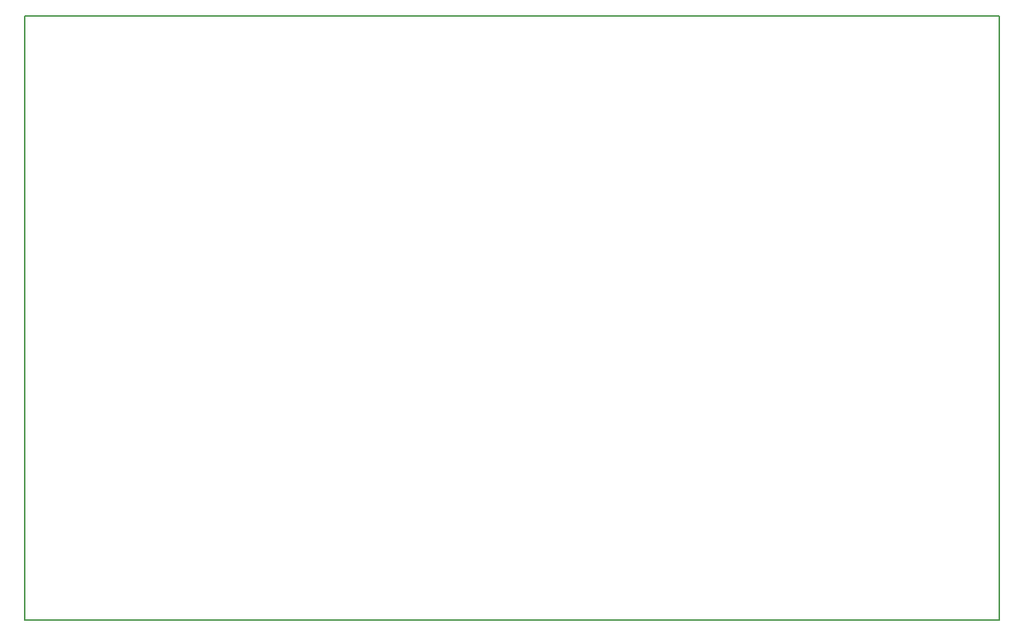
<source format=gbr>
G04 #@! TF.GenerationSoftware,KiCad,Pcbnew,no-vcs-found-b47a06e~61~ubuntu16.04.1*
G04 #@! TF.CreationDate,2017-12-14T14:59:07+02:00*
G04 #@! TF.ProjectId,controller2,636F6E74726F6C6C6572322E6B696361,rev?*
G04 #@! TF.SameCoordinates,Original*
G04 #@! TF.FileFunction,Profile,NP*
%FSLAX46Y46*%
G04 Gerber Fmt 4.6, Leading zero omitted, Abs format (unit mm)*
G04 Created by KiCad (PCBNEW no-vcs-found-b47a06e~61~ubuntu16.04.1) date Thu Dec 14 14:59:07 2017*
%MOMM*%
%LPD*%
G01*
G04 APERTURE LIST*
%ADD10C,0.150000*%
G04 APERTURE END LIST*
D10*
X130000000Y-53000000D02*
X243500000Y-53000000D01*
X130000000Y-123500000D02*
X130000000Y-53000000D01*
X243500000Y-123500000D02*
X130000000Y-123500000D01*
X243500000Y-53000000D02*
X243500000Y-123500000D01*
M02*

</source>
